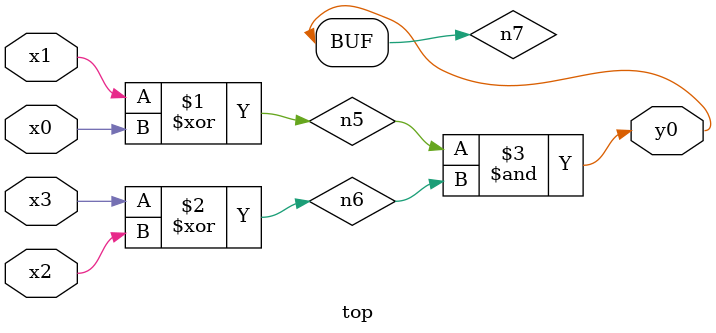
<source format=v>
module top( x0 , x1 , x2 , x3 , y0 );
  input x0 , x1 , x2 , x3 ;
  output y0 ;
  wire n5 , n6 , n7 ;
  assign n5 = x1 ^ x0 ;
  assign n6 = x3 ^ x2 ;
  assign n7 = n5 & n6 ;
  assign y0 = n7 ;
endmodule

</source>
